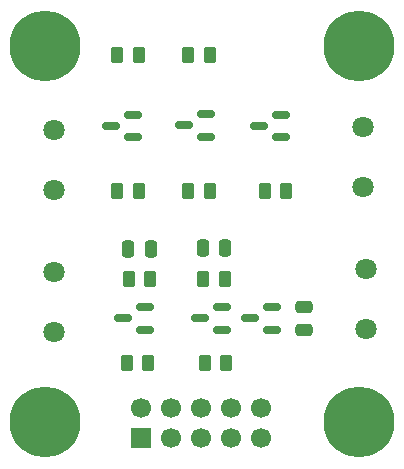
<source format=gbr>
%TF.GenerationSoftware,KiCad,Pcbnew,9.0.6*%
%TF.CreationDate,2025-11-07T06:51:29-08:00*%
%TF.ProjectId,bramble_valve_indexer,6272616d-626c-4655-9f76-616c76655f69,rev?*%
%TF.SameCoordinates,Original*%
%TF.FileFunction,Soldermask,Bot*%
%TF.FilePolarity,Negative*%
%FSLAX46Y46*%
G04 Gerber Fmt 4.6, Leading zero omitted, Abs format (unit mm)*
G04 Created by KiCad (PCBNEW 9.0.6) date 2025-11-07 06:51:29*
%MOMM*%
%LPD*%
G01*
G04 APERTURE LIST*
G04 Aperture macros list*
%AMRoundRect*
0 Rectangle with rounded corners*
0 $1 Rounding radius*
0 $2 $3 $4 $5 $6 $7 $8 $9 X,Y pos of 4 corners*
0 Add a 4 corners polygon primitive as box body*
4,1,4,$2,$3,$4,$5,$6,$7,$8,$9,$2,$3,0*
0 Add four circle primitives for the rounded corners*
1,1,$1+$1,$2,$3*
1,1,$1+$1,$4,$5*
1,1,$1+$1,$6,$7*
1,1,$1+$1,$8,$9*
0 Add four rect primitives between the rounded corners*
20,1,$1+$1,$2,$3,$4,$5,0*
20,1,$1+$1,$4,$5,$6,$7,0*
20,1,$1+$1,$6,$7,$8,$9,0*
20,1,$1+$1,$8,$9,$2,$3,0*%
G04 Aperture macros list end*
%ADD10C,6.000000*%
%ADD11C,1.803400*%
%ADD12R,1.700000X1.700000*%
%ADD13C,1.700000*%
%ADD14RoundRect,0.250000X0.262500X0.450000X-0.262500X0.450000X-0.262500X-0.450000X0.262500X-0.450000X0*%
%ADD15RoundRect,0.150000X0.587500X0.150000X-0.587500X0.150000X-0.587500X-0.150000X0.587500X-0.150000X0*%
%ADD16RoundRect,0.250000X-0.262500X-0.450000X0.262500X-0.450000X0.262500X0.450000X-0.262500X0.450000X0*%
%ADD17RoundRect,0.250000X0.250000X0.475000X-0.250000X0.475000X-0.250000X-0.475000X0.250000X-0.475000X0*%
%ADD18RoundRect,0.250000X0.475000X-0.250000X0.475000X0.250000X-0.475000X0.250000X-0.475000X-0.250000X0*%
G04 APERTURE END LIST*
D10*
%TO.C,H1*%
X18389600Y-18262600D03*
%TD*%
D11*
%TO.C,M4*%
X45542200Y-42211600D03*
X45542200Y-37131600D03*
%TD*%
%TO.C,M2*%
X19126200Y-42418000D03*
X19126200Y-37338000D03*
%TD*%
%TO.C,M3*%
X45313600Y-30175200D03*
X45313600Y-25095200D03*
%TD*%
D10*
%TO.C,H3*%
X44958000Y-50090700D03*
%TD*%
%TO.C,H2*%
X44958000Y-18262600D03*
%TD*%
D12*
%TO.C,J1*%
X26500000Y-51411500D03*
D13*
X26500000Y-48871500D03*
X29040000Y-51411500D03*
X29040000Y-48871500D03*
X31580000Y-51411500D03*
X31580000Y-48871500D03*
X34120000Y-51411500D03*
X34120000Y-48871500D03*
X36660000Y-51411500D03*
X36660000Y-48871500D03*
%TD*%
D11*
%TO.C,M1*%
X19126200Y-30403800D03*
X19126200Y-25323800D03*
%TD*%
D10*
%TO.C,H4*%
X18389600Y-50039900D03*
%TD*%
D14*
%TO.C,R19*%
X27292900Y-37959250D03*
X25467900Y-37959250D03*
%TD*%
D15*
%TO.C,Q4*%
X25875000Y-24050000D03*
X25875000Y-25950000D03*
X24000000Y-25000000D03*
%TD*%
%TO.C,Q6*%
X38375000Y-24050000D03*
X38375000Y-25950000D03*
X36500000Y-25000000D03*
%TD*%
%TO.C,Q2*%
X26842900Y-40344650D03*
X26842900Y-42244650D03*
X24967900Y-41294650D03*
%TD*%
D14*
%TO.C,R24*%
X32325000Y-30500000D03*
X30500000Y-30500000D03*
%TD*%
D16*
%TO.C,R23*%
X30500000Y-19000000D03*
X32325000Y-19000000D03*
%TD*%
D14*
%TO.C,R14*%
X33620400Y-37908450D03*
X31795400Y-37908450D03*
%TD*%
D15*
%TO.C,Q7*%
X37632800Y-40344650D03*
X37632800Y-42244650D03*
X35757800Y-41294650D03*
%TD*%
D16*
%TO.C,R27*%
X25320300Y-45020450D03*
X27145300Y-45020450D03*
%TD*%
D14*
%TO.C,R22*%
X26325000Y-30500000D03*
X24500000Y-30500000D03*
%TD*%
D17*
%TO.C,R16*%
X33644600Y-35292250D03*
X31744600Y-35292250D03*
%TD*%
D16*
%TO.C,R15*%
X37000000Y-30475400D03*
X38825000Y-30475400D03*
%TD*%
D18*
%TO.C,R18*%
X40304400Y-42246850D03*
X40304400Y-40346850D03*
%TD*%
D16*
%TO.C,R26*%
X31898900Y-45020450D03*
X33723900Y-45020450D03*
%TD*%
D15*
%TO.C,Q9*%
X32000000Y-24000000D03*
X32000000Y-25900000D03*
X30125000Y-24950000D03*
%TD*%
D16*
%TO.C,R25*%
X24500000Y-19000000D03*
X26325000Y-19000000D03*
%TD*%
D15*
%TO.C,Q8*%
X33342900Y-40344650D03*
X33342900Y-42244650D03*
X31467900Y-41294650D03*
%TD*%
D17*
%TO.C,R17*%
X27345400Y-35393850D03*
X25445400Y-35393850D03*
%TD*%
M02*

</source>
